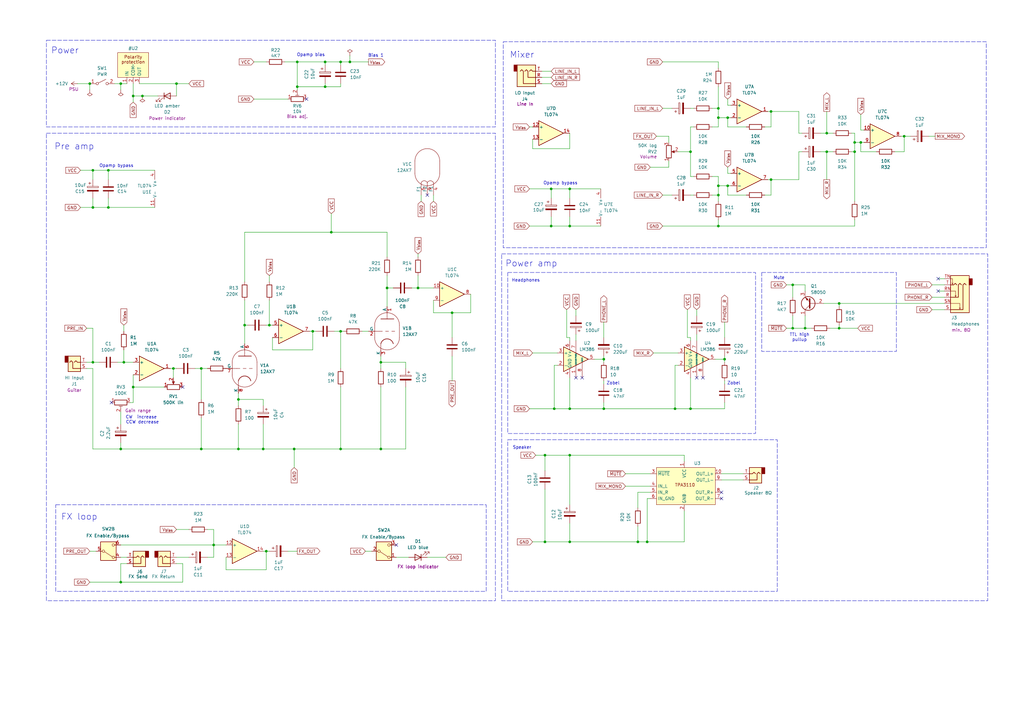
<source format=kicad_sch>
(kicad_sch (version 20250114) (generator "eeschema") (generator_version "9.0")
  (paper "A3")
  (title_block (title "Bumble Tuby Guitar Amplifier") (date "2025-04-07") (company "Maja Bojarska"))
  (rectangle (start 22.86 207.01) (end 199.39 242.57) (stroke (width 0) (type dash)))
  (rectangle (start 208.28 111.76) (end 309.88 177.8) (stroke (width 0) (type dash)))
  (rectangle (start 205.74 104.14) (end 405.13 246.38) (stroke (width 0) (type dash)))
  (rectangle (start 206.375 17.1449) (end 404.495 101.5999) (stroke (width 0) (type dash)))
  (rectangle (start 312.42 111.76) (end 367.665 144.145) (stroke (width 0) (type dash)))
  (rectangle (start 208.28 180.34) (end 318.77 242.57) (stroke (width 0) (type dash)))
  (rectangle (start 19.05 16.51) (end 203.2 52.07) (stroke (width 0) (type dash)))
  (rectangle (start 19.05 54.61) (end 203.2 246.38) (stroke (width 0) (type dash)))
  (text "Zobel" (at 251.46 157.226 0) (effects (font (size 1.27 1.27))))
  (text "Zobel" (at 300.99 157.226 0) (effects (font (size 1.27 1.27))))
  (text "FX loop" (at 32.512 212.09 0) (effects (font (size 2.54 2.54))))
  (text "CW  increase \nCCW decrease\n" (at 58.42 172.212 0) (effects (font (size 1.27 1.27))))
  (text "Opamp bypass\n" (at 229.87 75.184 0) (effects (font (size 1.27 1.27))))
  (text "Bias 1" (at 154.178 22.86 0) (effects (font (size 1.27 1.27))))
  (text "TTL high\npullup" (at 327.914 138.43 0) (effects (font (size 1.27 1.27))))
  (text "Headphones\n" (at 215.646 115.062 0) (effects (font (size 1.27 1.27))))
  (text "Pre amp" (at 30.48 60.198 0) (effects (font (size 2.54 2.54))))
  (text "Speaker\n" (at 214.122 183.642 0) (effects (font (size 1.27 1.27))))
  (text "Opamp bypass\n" (at 47.752 68.072 0) (effects (font (size 1.27 1.27))))
  (text "Power amp\n" (at 217.932 108.204 0) (effects (font (size 2.54 2.54))))
  (text "Mixer" (at 214.122 22.606 0) (effects (font (size 2.54 2.54))))
  (text "Opamp bias" (at 127.508 22.606 0) (effects (font (size 1.27 1.27))))
  (text "Mute" (at 319.532 114.046 0) (effects (font (size 1.27 1.27))))
  (text "Power" (at 26.67 20.828 0) (effects (font (size 2.54 2.54))))
  (junction (at 223.52 222.25))
  (junction (at 370.84 55.88))
  (junction (at 283.21 62.23))
  (junction (at 36.83 34.29))
  (junction (at 226.06 92.71))
  (junction (at 298.45 48.26))
  (junction (at 82.55 184.15))
  (junction (at 71.12 151.13))
  (junction (at 294.64 44.45))
  (junction (at 54.61 39.37))
  (junction (at 49.53 184.15))
  (junction (at 283.21 167.64))
  (junction (at 50.8 148.59))
  (junction (at 261.62 222.25))
  (junction (at 297.18 147.32))
  (junction (at 38.1 85.09))
  (junction (at 344.17 124.46))
  (junction (at 344.17 134.62))
  (junction (at 158.75 118.11))
  (junction (at 227.33 167.64))
  (junction (at 226.06 77.47))
  (junction (at 350.52 58.42))
  (junction (at 233.68 92.71))
  (junction (at 316.23 45.72))
  (junction (at 265.43 222.25))
  (junction (at 294.64 48.26))
  (junction (at 316.23 73.66))
  (junction (at 110.49 133.35))
  (junction (at 107.95 184.15))
  (junction (at 233.68 186.69))
  (junction (at 325.12 116.84))
  (junction (at 143.51 25.4))
  (junction (at 58.42 39.37))
  (junction (at 298.45 76.2))
  (junction (at 49.53 34.29))
  (junction (at 38.1 69.85))
  (junction (at 120.65 184.15))
  (junction (at 171.45 118.11))
  (junction (at 82.55 151.13))
  (junction (at 44.45 85.09))
  (junction (at 109.22 226.06))
  (junction (at 133.35 25.4))
  (junction (at 330.2 134.62))
  (junction (at 139.7 25.4))
  (junction (at 185.42 128.27))
  (junction (at 54.61 158.75))
  (junction (at 121.92 35.56))
  (junction (at 233.68 167.64))
  (junction (at 339.09 62.23))
  (junction (at 135.89 95.25))
  (junction (at 72.39 34.29))
  (junction (at 294.64 76.2))
  (junction (at 294.64 92.71))
  (junction (at 100.33 133.35))
  (junction (at 139.7 184.15))
  (junction (at 44.45 69.85))
  (junction (at 121.92 25.4))
  (junction (at 350.52 62.23))
  (junction (at 247.65 167.64))
  (junction (at 97.79 184.15))
  (junction (at 339.09 54.61))
  (junction (at 276.86 167.64))
  (junction (at 128.27 135.89))
  (junction (at 247.65 147.32))
  (junction (at 87.63 223.52))
  (junction (at 49.53 238.76))
  (junction (at 133.35 35.56))
  (junction (at 38.1 148.59))
  (junction (at 223.52 186.69))
  (junction (at 156.21 148.59))
  (junction (at 233.68 222.25))
  (junction (at 139.7 135.89))
  (junction (at 294.64 80.01))
  (junction (at 325.12 134.62))
  (junction (at 233.68 77.47))
  (junction (at 156.21 184.15))
  (junction (at 353.06 58.42))
  (junction (at 97.79 163.83))
  (no_connect (at 74.93 158.75))
  (no_connect (at 288.29 154.94))
  (no_connect (at 175.26 80.01))
  (no_connect (at 384.81 119.38))
  (no_connect (at 295.91 204.47))
  (no_connect (at 45.72 165.1))
  (no_connect (at 125.73 40.64))
  (no_connect (at 236.22 154.94))
  (no_connect (at 162.56 223.52))
  (no_connect (at 384.81 114.3))
  (no_connect (at 285.75 154.94))
  (no_connect (at 295.91 201.93))
  (no_connect (at 238.76 154.94))
  (wire (pts (xy 233.68 214.63) (xy 233.68 222.25)))
  (wire (pts (xy 370.84 62.23) (xy 367.03 62.23)))
  (wire (pts (xy 107.95 173.99) (xy 107.95 184.15)))
  (wire (pts (xy 97.79 184.15) (xy 97.79 173.99)))
  (wire (pts (xy 82.55 171.45) (xy 82.55 184.15)))
  (wire (pts (xy 104.14 25.4) (xy 109.22 25.4)))
  (wire (pts (xy 135.89 95.25) (xy 158.75 95.25)))
  (wire (pts (xy 33.02 85.09) (xy 38.1 85.09)))
  (wire (pts (xy 298.45 71.12) (xy 299.72 71.12)))
  (wire (pts (xy 236.22 137.16) (xy 236.22 139.7)))
  (wire (pts (xy 382.27 127) (xy 387.35 127)))
  (wire (pts (xy 82.55 151.13) (xy 85.09 151.13)))
  (wire (pts (xy 50.8 133.35) (xy 50.8 135.89)))
  (wire (pts (xy 107.95 163.83) (xy 107.95 166.37)))
  (wire (pts (xy 54.61 165.1) (xy 53.34 165.1)))
  (wire (pts (xy 38.1 184.15) (xy 49.53 184.15)))
  (wire (pts (xy 340.36 134.62) (xy 344.17 134.62)))
  (wire (pts (xy 49.53 231.14) (xy 52.07 231.14)))
  (wire (pts (xy 158.75 113.03) (xy 158.75 118.11)))
  (wire (pts (xy 223.52 200.66) (xy 223.52 222.25)))
  (wire (pts (xy 71.12 151.13) (xy 72.39 151.13)))
  (wire (pts (xy 294.64 90.17) (xy 294.64 92.71)))
  (wire (pts (xy 370.84 55.88) (xy 369.57 55.88)))
  (wire (pts (xy 87.63 223.52) (xy 87.63 228.6)))
  (wire (pts (xy 344.17 134.62) (xy 351.79 134.62)))
  (wire (pts (xy 339.09 62.23) (xy 339.09 73.66)))
  (wire (pts (xy 266.7 68.58) (xy 274.32 68.58)))
  (wire (pts (xy 185.42 128.27) (xy 185.42 138.43)))
  (wire (pts (xy 353.06 58.42) (xy 354.33 58.42)))
  (wire (pts (xy 226.06 77.47) (xy 217.17 77.47)))
  (wire (pts (xy 49.53 181.61) (xy 49.53 184.15)))
  (wire (pts (xy 283.21 52.07) (xy 284.48 52.07)))
  (wire (pts (xy 149.86 226.06) (xy 152.4 226.06)))
  (wire (pts (xy 298.45 48.26) (xy 299.72 48.26)))
  (wire (pts (xy 350.52 54.61) (xy 350.52 58.42)))
  (wire (pts (xy 283.21 44.45) (xy 284.48 44.45)))
  (wire (pts (xy 233.68 167.64) (xy 247.65 167.64)))
  (wire (pts (xy 243.84 147.32) (xy 247.65 147.32)))
  (wire (pts (xy 233.68 60.96) (xy 218.44 60.96)))
  (wire (pts (xy 353.06 46.99) (xy 353.06 53.34)))
  (wire (pts (xy 48.26 148.59) (xy 50.8 148.59)))
  (wire (pts (xy 297.18 132.08) (xy 297.18 138.43)))
  (wire (pts (xy 265.43 204.47) (xy 265.43 222.25)))
  (wire (pts (xy 274.32 68.58) (xy 274.32 66.04)))
  (wire (pts (xy 128.27 143.51) (xy 111.76 143.51)))
  (wire (pts (xy 294.64 25.4) (xy 271.78 25.4)))
  (wire (pts (xy 49.53 184.15) (xy 82.55 184.15)))
  (wire (pts (xy 38.1 134.62) (xy 38.1 148.59)))
  (wire (pts (xy 97.79 161.29) (xy 97.79 163.83)))
  (wire (pts (xy 281.94 138.43) (xy 283.21 138.43)))
  (wire (pts (xy 38.1 151.13) (xy 38.1 184.15)))
  (wire (pts (xy 384.81 114.3) (xy 387.35 114.3)))
  (wire (pts (xy 233.68 77.47) (xy 226.06 77.47)))
  (wire (pts (xy 292.1 44.45) (xy 294.64 44.45)))
  (wire (pts (xy 100.33 133.35) (xy 100.33 140.97)))
  (wire (pts (xy 87.63 223.52) (xy 92.71 223.52)))
  (wire (pts (xy 135.89 87.63) (xy 135.89 95.25)))
  (wire (pts (xy 261.62 201.93) (xy 266.7 201.93)))
  (wire (pts (xy 316.23 80.01) (xy 313.69 80.01)))
  (wire (pts (xy 336.55 62.23) (xy 339.09 62.23)))
  (wire (pts (xy 232.41 127) (xy 232.41 138.43)))
  (wire (pts (xy 370.84 55.88) (xy 373.38 55.88)))
  (wire (pts (xy 139.7 25.4) (xy 139.7 26.67)))
  (wire (pts (xy 57.15 34.29) (xy 72.39 34.29)))
  (wire (pts (xy 166.37 148.59) (xy 166.37 151.13)))
  (wire (pts (xy 233.68 186.69) (xy 233.68 207.01)))
  (wire (pts (xy 172.72 80.01) (xy 172.72 82.55)))
  (wire (pts (xy 280.67 222.25) (xy 265.43 222.25)))
  (wire (pts (xy 294.64 80.01) (xy 292.1 80.01)))
  (wire (pts (xy 38.1 85.09) (xy 44.45 85.09)))
  (wire (pts (xy 121.92 25.4) (xy 133.35 25.4)))
  (wire (pts (xy 350.52 62.23) (xy 350.52 82.55)))
  (wire (pts (xy 97.79 163.83) (xy 107.95 163.83)))
  (wire (pts (xy 236.22 127) (xy 236.22 129.54)))
  (wire (pts (xy 330.2 134.62) (xy 332.74 134.62)))
  (wire (pts (xy 100.33 123.19) (xy 100.33 133.35)))
  (wire (pts (xy 49.53 231.14) (xy 49.53 238.76)))
  (wire (pts (xy 158.75 118.11) (xy 161.29 118.11)))
  (wire (pts (xy 293.37 147.32) (xy 297.18 147.32)))
  (wire (pts (xy 121.92 35.56) (xy 133.35 35.56)))
  (wire (pts (xy 247.65 156.21) (xy 247.65 157.48)))
  (wire (pts (xy 49.53 36.83) (xy 49.53 34.29)))
  (wire (pts (xy 261.62 222.25) (xy 265.43 222.25)))
  (wire (pts (xy 97.79 184.15) (xy 107.95 184.15)))
  (wire (pts (xy 85.09 228.6) (xy 87.63 228.6)))
  (wire (pts (xy 283.21 52.07) (xy 283.21 62.23)))
  (wire (pts (xy 171.45 118.11) (xy 177.8 118.11)))
  (wire (pts (xy 298.45 76.2) (xy 299.72 76.2)))
  (wire (pts (xy 295.91 196.85) (xy 304.8 196.85)))
  (wire (pts (xy 294.64 92.71) (xy 350.52 92.71)))
  (wire (pts (xy 38.1 73.66) (xy 38.1 69.85)))
  (wire (pts (xy 339.09 62.23) (xy 341.63 62.23)))
  (wire (pts (xy 316.23 45.72) (xy 327.66 45.72)))
  (wire (pts (xy 128.27 135.89) (xy 128.27 143.51)))
  (wire (pts (xy 247.65 167.64) (xy 247.65 165.1)))
  (wire (pts (xy 38.1 148.59) (xy 35.56 148.59)))
  (wire (pts (xy 100.33 95.25) (xy 100.33 115.57)))
  (wire (pts (xy 297.18 156.21) (xy 297.18 157.48)))
  (wire (pts (xy 271.78 44.45) (xy 275.59 44.45)))
  (wire (pts (xy 72.39 228.6) (xy 77.47 228.6)))
  (wire (pts (xy 350.52 62.23) (xy 349.25 62.23)))
  (wire (pts (xy 139.7 184.15) (xy 139.7 158.75)))
  (wire (pts (xy 294.64 48.26) (xy 298.45 48.26)))
  (wire (pts (xy 327.66 54.61) (xy 328.93 54.61)))
  (wire (pts (xy 283.21 80.01) (xy 284.48 80.01)))
  (wire (pts (xy 166.37 184.15) (xy 156.21 184.15)))
  (wire (pts (xy 294.64 35.56) (xy 294.64 44.45)))
  (wire (pts (xy 233.68 222.25) (xy 261.62 222.25)))
  (wire (pts (xy 54.61 34.29) (xy 54.61 39.37)))
  (wire (pts (xy 223.52 186.69) (xy 223.52 193.04)))
  (wire (pts (xy 327.66 54.61) (xy 327.66 45.72)))
  (wire (pts (xy 316.23 52.07) (xy 313.69 52.07)))
  (wire (pts (xy 31.75 34.29) (xy 36.83 34.29)))
  (wire (pts (xy 325.12 116.84) (xy 330.2 116.84)))
  (wire (pts (xy 118.11 226.06) (xy 121.92 226.06)))
  (wire (pts (xy 110.49 133.35) (xy 111.76 133.35)))
  (wire (pts (xy 350.52 58.42) (xy 350.52 62.23)))
  (wire (pts (xy 171.45 113.03) (xy 171.45 118.11)))
  (wire (pts (xy 44.45 69.85) (xy 44.45 73.66)))
  (wire (pts (xy 233.68 54.61) (xy 233.68 60.96)))
  (wire (pts (xy 350.52 92.71) (xy 350.52 90.17)))
  (wire (pts (xy 298.45 68.58) (xy 298.45 71.12)))
  (wire (pts (xy 327.66 62.23) (xy 328.93 62.23)))
  (wire (pts (xy 50.8 148.59) (xy 54.61 148.59)))
  (wire (pts (xy 143.51 25.4) (xy 151.13 25.4)))
  (wire (pts (xy 271.78 80.01) (xy 275.59 80.01)))
  (wire (pts (xy 33.02 69.85) (xy 38.1 69.85)))
  (wire (pts (xy 316.23 45.72) (xy 316.23 52.07)))
  (wire (pts (xy 72.39 217.17) (xy 77.47 217.17)))
  (wire (pts (xy 128.27 135.89) (xy 129.54 135.89)))
  (wire (pts (xy 247.65 147.32) (xy 247.65 146.05)))
  (wire (pts (xy 82.55 184.15) (xy 97.79 184.15)))
  (wire (pts (xy 218.44 60.96) (xy 218.44 57.15)))
  (wire (pts (xy 325.12 129.54) (xy 325.12 134.62)))
  (wire (pts (xy 133.35 25.4) (xy 133.35 26.67)))
  (wire (pts (xy 111.76 143.51) (xy 111.76 138.43)))
  (wire (pts (xy 137.16 135.89) (xy 139.7 135.89)))
  (wire (pts (xy 35.56 134.62) (xy 38.1 134.62)))
  (wire (pts (xy 50.8 148.59) (xy 50.8 143.51)))
  (wire (pts (xy 97.79 166.37) (xy 97.79 163.83)))
  (wire (pts (xy 246.38 77.47) (xy 233.68 77.47)))
  (wire (pts (xy 292.1 72.39) (xy 294.64 72.39)))
  (wire (pts (xy 139.7 25.4) (xy 143.51 25.4)))
  (wire (pts (xy 185.42 128.27) (xy 177.8 128.27)))
  (wire (pts (xy 285.75 137.16) (xy 285.75 139.7)))
  (wire (pts (xy 171.45 104.14) (xy 171.45 105.41)))
  (wire (pts (xy 121.92 35.56) (xy 121.92 36.83)))
  (wire (pts (xy 384.81 119.38) (xy 387.35 119.38)))
  (wire (pts (xy 382.27 116.84) (xy 387.35 116.84)))
  (wire (pts (xy 344.17 133.35) (xy 344.17 134.62)))
  (wire (pts (xy 109.22 233.68) (xy 92.71 233.68)))
  (wire (pts (xy 261.62 208.28) (xy 261.62 201.93)))
  (wire (pts (xy 232.41 138.43) (xy 233.68 138.43)))
  (wire (pts (xy 316.23 73.66) (xy 327.66 73.66)))
  (wire (pts (xy 109.22 226.06) (xy 107.95 226.06)))
  (wire (pts (xy 298.45 43.18) (xy 299.72 43.18)))
  (wire (pts (xy 283.21 62.23) (xy 283.21 72.39)))
  (wire (pts (xy 344.17 125.73) (xy 344.17 124.46)))
  (wire (pts (xy 350.52 58.42) (xy 353.06 58.42)))
  (wire (pts (xy 227.33 167.64) (xy 233.68 167.64)))
  (wire (pts (xy 128.27 135.89) (xy 127 135.89)))
  (wire (pts (xy 156.21 148.59) (xy 156.21 151.13)))
  (wire (pts (xy 158.75 118.11) (xy 158.75 125.73)))
  (wire (pts (xy 222.25 34.29) (xy 226.06 34.29)))
  (wire (pts (xy 120.65 184.15) (xy 139.7 184.15)))
  (wire (pts (xy 139.7 135.89) (xy 140.97 135.89)))
  (wire (pts (xy 339.09 54.61) (xy 341.63 54.61)))
  (wire (pts (xy 285.75 127) (xy 285.75 129.54)))
  (wire (pts (xy 44.45 85.09) (xy 63.5 85.09)))
  (wire (pts (xy 222.25 29.21) (xy 226.06 29.21)))
  (wire (pts (xy 80.01 151.13) (xy 82.55 151.13)))
  (wire (pts (xy 109.22 133.35) (xy 110.49 133.35)))
  (wire (pts (xy 283.21 138.43) (xy 283.21 139.7)))
  (wire (pts (xy 109.22 226.06) (xy 110.49 226.06)))
  (wire (pts (xy 46.99 34.29) (xy 49.53 34.29)))
  (wire (pts (xy 82.55 151.13) (xy 82.55 163.83)))
  (wire (pts (xy 325.12 134.62) (xy 330.2 134.62)))
  (wire (pts (xy 271.78 92.71) (xy 294.64 92.71)))
  (wire (pts (xy 54.61 158.75) (xy 67.31 158.75)))
  (wire (pts (xy 330.2 116.84) (xy 330.2 119.38)))
  (wire (pts (xy 177.8 128.27) (xy 177.8 123.19)))
  (wire (pts (xy 283.21 167.64) (xy 297.18 167.64)))
  (wire (pts (xy 217.17 167.64) (xy 227.33 167.64)))
  (wire (pts (xy 294.64 76.2) (xy 298.45 76.2)))
  (wire (pts (xy 49.53 34.29) (xy 52.07 34.29)))
  (wire (pts (xy 139.7 35.56) (xy 139.7 34.29)))
  (wire (pts (xy 185.42 146.05) (xy 185.42 156.21)))
  (wire (pts (xy 325.12 121.92) (xy 325.12 116.84)))
  (wire (pts (xy 158.75 95.25) (xy 158.75 105.41)))
  (wire (pts (xy 193.04 120.65) (xy 193.04 128.27)))
  (wire (pts (xy 87.63 217.17) (xy 87.63 223.52)))
  (wire (pts (xy 283.21 62.23) (xy 278.13 62.23)))
  (wire (pts (xy 382.27 121.92) (xy 387.35 121.92)))
  (wire (pts (xy 353.06 58.42) (xy 353.06 62.23)))
  (wire (pts (xy 283.21 167.64) (xy 283.21 154.94)))
  (wire (pts (xy 278.13 149.86) (xy 276.86 149.86)))
  (wire (pts (xy 269.24 55.88) (xy 274.32 55.88)))
  (wire (pts (xy 223.52 222.25) (xy 233.68 222.25)))
  (wire (pts (xy 72.39 34.29) (xy 77.47 34.29)))
  (wire (pts (xy 294.64 44.45) (xy 294.64 48.26)))
  (wire (pts (xy 280.67 209.55) (xy 280.67 222.25)))
  (wire (pts (xy 350.52 54.61) (xy 349.25 54.61)))
  (wire (pts (xy 218.44 144.78) (xy 228.6 144.78)))
  (wire (pts (xy 143.51 22.86) (xy 143.51 25.4)))
  (wire (pts (xy 148.59 135.89) (xy 151.13 135.89)))
  (wire (pts (xy 256.54 199.39) (xy 266.7 199.39)))
  (wire (pts (xy 54.61 39.37) (xy 58.42 39.37)))
  (wire (pts (xy 133.35 25.4) (xy 139.7 25.4)))
  (wire (pts (xy 261.62 215.9) (xy 261.62 222.25)))
  (wire (pts (xy 322.58 116.84) (xy 325.12 116.84)))
  (wire (pts (xy 166.37 158.75) (xy 166.37 184.15)))
  (wire (pts (xy 72.39 34.29) (xy 72.39 39.37)))
  (wire (pts (xy 233.68 167.64) (xy 233.68 154.94)))
  (wire (pts (xy 92.71 233.68) (xy 92.71 228.6)))
  (wire (pts (xy 110.49 123.19) (xy 110.49 133.35)))
  (wire (pts (xy 168.91 118.11) (xy 171.45 118.11)))
  (wire (pts (xy 228.6 149.86) (xy 227.33 149.86)))
  (wire (pts (xy 247.65 147.32) (xy 247.65 148.59)))
  (wire (pts (xy 297.18 147.32) (xy 297.18 148.59)))
  (wire (pts (xy 247.65 167.64) (xy 276.86 167.64)))
  (wire (pts (xy 121.92 25.4) (xy 116.84 25.4)))
  (wire (pts (xy 233.68 77.47) (xy 233.68 81.28)))
  (wire (pts (xy 294.64 52.07) (xy 292.1 52.07)))
  (wire (pts (xy 233.68 88.9) (xy 233.68 92.71)))
  (wire (pts (xy 233.68 138.43) (xy 233.68 139.7)))
  (wire (pts (xy 353.06 53.34) (xy 354.33 53.34)))
  (wire (pts (xy 265.43 204.47) (xy 266.7 204.47)))
  (wire (pts (xy 294.64 76.2) (xy 294.64 80.01)))
  (wire (pts (xy 222.25 31.75) (xy 226.06 31.75)))
  (wire (pts (xy 327.66 62.23) (xy 327.66 73.66)))
  (wire (pts (xy 280.67 186.69) (xy 280.67 189.23)))
  (wire (pts (xy 104.14 40.64) (xy 118.11 40.64)))
  (wire (pts (xy 298.45 52.07) (xy 298.45 48.26)))
  (wire (pts (xy 370.84 55.88) (xy 370.84 62.23)))
  (wire (pts (xy 306.07 80.01) (xy 298.45 80.01)))
  (wire (pts (xy 139.7 135.89) (xy 139.7 151.13)))
  (wire (pts (xy 294.64 27.94) (xy 294.64 25.4)))
  (wire (pts (xy 297.18 167.64) (xy 297.18 165.1)))
  (wire (pts (xy 100.33 95.25) (xy 135.89 95.25)))
  (wire (pts (xy 353.06 62.23) (xy 359.41 62.23)))
  (wire (pts (xy 298.45 40.64) (xy 298.45 43.18)))
  (wire (pts (xy 226.06 77.47) (xy 226.06 81.28)))
  (wire (pts (xy 71.12 151.13) (xy 71.12 154.94)))
  (wire (pts (xy 156.21 146.05) (xy 156.21 148.59)))
  (wire (pts (xy 121.92 25.4) (xy 121.92 35.56)))
  (wire (pts (xy 54.61 158.75) (xy 54.61 165.1)))
  (wire (pts (xy 36.83 238.76) (xy 49.53 238.76)))
  (wire (pts (xy 295.91 194.31) (xy 304.8 194.31)))
  (wire (pts (xy 280.67 186.69) (xy 233.68 186.69)))
  (wire (pts (xy 54.61 39.37) (xy 54.61 41.91)))
  (wire (pts (xy 162.56 228.6) (xy 167.64 228.6)))
  (wire (pts (xy 314.96 73.66) (xy 316.23 73.66)))
  (wire (pts (xy 49.53 228.6) (xy 52.07 228.6)))
  (wire (pts (xy 226.06 88.9) (xy 226.06 92.71)))
  (wire (pts (xy 133.35 35.56) (xy 139.7 35.56)))
  (wire (pts (xy 314.96 45.72) (xy 316.23 45.72)))
  (wire (pts (xy 74.93 231.14) (xy 72.39 231.14)))
  (wire (pts (xy 297.18 147.32) (xy 297.18 146.05)))
  (wire (pts (xy 336.55 54.61) (xy 339.09 54.61)))
  (wire (pts (xy 49.53 168.91) (xy 49.53 173.99)))
  (wire (pts (xy 294.64 48.26) (xy 294.64 52.07)))
  (wire (pts (xy 298.45 76.2) (xy 298.45 80.01)))
  (wire (pts (xy 54.61 158.75) (xy 54.61 153.67)))
  (wire (pts (xy 337.82 124.46) (xy 344.17 124.46)))
  (wire (pts (xy 36.83 226.06) (xy 39.37 226.06)))
  (wire (pts (xy 226.06 92.71) (xy 217.17 92.71)))
  (wire (pts (xy 44.45 69.85) (xy 63.5 69.85)))
  (wire (pts (xy 58.42 39.37) (xy 64.77 39.37)))
  (wire (pts (xy 35.56 151.13) (xy 38.1 151.13)))
  (wire (pts (xy 85.09 217.17) (xy 87.63 217.17)))
  (wire (pts (xy 256.54 194.31) (xy 266.7 194.31)))
  (wire (pts (xy 246.38 92.71) (xy 233.68 92.71)))
  (wire (pts (xy 294.64 80.01) (xy 294.64 82.55)))
  (wire (pts (xy 274.32 55.88) (xy 274.32 58.42)))
  (wire (pts (xy 381 55.88) (xy 383.54 55.88)))
  (wire (pts (xy 219.71 186.69) (xy 223.52 186.69)))
  (wire (pts (xy 109.22 233.68) (xy 109.22 226.06)))
  (wire (pts (xy 120.65 191.77) (xy 120.65 184.15)))
  (wire (pts (xy 223.52 186.69) (xy 233.68 186.69)))
  (wire (pts (xy 233.68 92.71) (xy 226.06 92.71)))
  (wire (pts (xy 306.07 52.07) (xy 298.45 52.07)))
  (wire (pts (xy 74.93 231.14) (xy 74.93 238.76)))
  (wire (pts (xy 100.33 133.35) (xy 101.6 133.35)))
  (wire (pts (xy 283.21 72.39) (xy 284.48 72.39)))
  (wire (pts (xy 330.2 129.54) (xy 330.2 134.62)))
  (wire (pts (xy 218.44 222.25) (xy 223.52 222.25)))
  (wire (pts (xy 44.45 85.09) (xy 44.45 81.28)))
  (wire (pts (xy 156.21 158.75) (xy 156.21 184.15)))
  (wire (pts (xy 339.09 45.72) (xy 339.09 54.61)))
  (wire (pts (xy 156.21 148.59) (xy 166.37 148.59)))
  (wire (pts (xy 294.64 72.39) (xy 294.64 76.2)))
  (wire (pts (xy 276.86 149.86) (xy 276.86 167.64)))
  (wire (pts (xy 49.53 223.52) (xy 87.63 223.52)))
  (wire (pts (xy 110.49 113.03) (xy 110.49 115.57)))
  (wire (pts (xy 38.1 85.09) (xy 38.1 81.28)))
  (wire (pts (xy 69.85 151.13) (xy 71.12 151.13)))
  (wire (pts (xy 344.17 124.46) (xy 387.35 124.46)))
  (wire (pts (xy 267.97 144.78) (xy 278.13 144.78)))
  (wire (pts (xy 175.26 228.6) (xy 182.88 228.6)))
  (wire (pts (xy 139.7 184.15) (xy 156.21 184.15)))
  (wire (pts (xy 177.8 80.01) (xy 177.8 82.55)))
  (wire (pts (xy 227.33 149.86) (xy 227.33 167.64)))
  (wire (pts (xy 185.42 128.27) (xy 193.04 128.27)))
  (wire (pts (xy 217.17 52.07) (xy 218.44 52.07)))
  (wire (pts (xy 247.65 138.43) (xy 247.65 132.08)))
  (wire (pts (xy 38.1 69.85) (xy 44.45 69.85)))
  (wire (pts (xy 281.94 127) (xy 281.94 138.43)))
  (wire (pts (xy 133.35 34.29) (xy 133.35 35.56)))
  (wire (pts (xy 276.86 167.64) (xy 283.21 167.64)))
  (wire (pts (xy 322.58 134.62) (xy 325.12 134.62)))
  (wire (pts (xy 38.1 148.59) (xy 40.64 148.59)))
  (wire (pts (xy 36.83 36.83) (xy 36.83 34.29)))
  (wire (pts (xy 107.95 184.15) (xy 120.65 184.15)))
  (wire (pts (xy 316.23 73.66) (xy 316.23 80.01)))
  (wire (pts (xy 49.53 238.76) (xy 74.93 238.76)))
  (global_label "VCC" (shape input) (at 104.14 25.4 180) (property "Intersheetrefs" "${INTERSHEET_REFS}" (effects (hide yes))))
  (global_label "~{MUTE}" (shape input) (at 322.58 134.62 180) (property "Intersheetrefs" "${INTERSHEET_REFS}" (effects (hide yes))))
  (global_label "GND" (shape input) (at 266.7 68.58 180) (property "Intersheetrefs" "${INTERSHEET_REFS}" (effects (hide yes))))
  (global_label "V_{bias}" (shape input) (at 110.49 113.03 90) (property "Intersheetrefs" "${INTERSHEET_REFS}" (effects (hide yes))))
  (global_label "GND" (shape input) (at 226.06 34.29 0) (property "Intersheetrefs" "${INTERSHEET_REFS}" (effects (hide yes))))
  (global_label "GND" (shape input) (at 104.14 40.64 180) (property "Intersheetrefs" "${INTERSHEET_REFS}" (effects (hide yes))))
  (global_label "GND" (shape input) (at 285.75 127 90) (property "Intersheetrefs" "${INTERSHEET_REFS}" (effects (hide yes))))
  (global_label "V_{bias}" (shape input) (at 298.45 68.58 90) (property "Intersheetrefs" "${INTERSHEET_REFS}" (effects (hide yes))))
  (global_label "VCC" (shape input) (at 217.17 77.47 180) (property "Intersheetrefs" "${INTERSHEET_REFS}" (effects (hide yes))))
  (global_label "V_{bias}" (shape input) (at 171.45 104.14 90) (property "Intersheetrefs" "${INTERSHEET_REFS}" (effects (hide yes))))
  (global_label "PRE_OUT" (shape output) (at 185.42 156.21 270) (property "Intersheetrefs" "${INTERSHEET_REFS}" (effects (hide yes))))
  (global_label "MIX_MONO" (shape input) (at 256.54 199.39 180) (property "Intersheetrefs" "${INTERSHEET_REFS}" (effects (hide yes))))
  (global_label "V_{bias}" (shape input) (at 298.45 40.64 90) (property "Intersheetrefs" "${INTERSHEET_REFS}" (effects (hide yes))))
  (global_label "VCC" (shape input) (at 135.89 87.63 90) (property "Intersheetrefs" "${INTERSHEET_REFS}" (effects (hide yes))))
  (global_label "GND" (shape input) (at 33.02 85.09 180) (property "Intersheetrefs" "${INTERSHEET_REFS}" (effects (hide yes))))
  (global_label "GND" (shape input) (at 36.83 238.76 180) (property "Intersheetrefs" "${INTERSHEET_REFS}" (effects (hide yes))))
  (global_label "VCC" (shape input) (at 232.41 127 90) (property "Intersheetrefs" "${INTERSHEET_REFS}" (effects (hide yes))))
  (global_label "VCC" (shape input) (at 177.8 82.55 270) (property "Intersheetrefs" "${INTERSHEET_REFS}" (effects (hide yes))))
  (global_label "GND" (shape input) (at 182.88 228.6 0) (property "Intersheetrefs" "${INTERSHEET_REFS}" (effects (hide yes))))
  (global_label "PRE_IN" (shape input) (at 35.56 134.62 180) (property "Intersheetrefs" "${INTERSHEET_REFS}" (effects (hide yes))))
  (global_label "V_{bias}" (shape output) (at 151.13 25.4 0) (property "Intersheetrefs" "${INTERSHEET_REFS}" (effects (hide yes))))
  (global_label "GND" (shape input) (at 217.17 167.64 180) (property "Intersheetrefs" "${INTERSHEET_REFS}" (effects (hide yes))))
  (global_label "GND" (shape input) (at 322.58 116.84 180) (property "Intersheetrefs" "${INTERSHEET_REFS}" (effects (hide yes))))
  (global_label "VCC" (shape input) (at 77.47 34.29 0) (property "Intersheetrefs" "${INTERSHEET_REFS}" (effects (hide yes))))
  (global_label "VCC" (shape input) (at 219.71 186.69 180) (property "Intersheetrefs" "${INTERSHEET_REFS}" (effects (hide yes))))
  (global_label "GND" (shape input) (at 271.78 25.4 180) (property "Intersheetrefs" "${INTERSHEET_REFS}" (effects (hide yes))))
  (global_label "MIX_L" (shape input) (at 218.44 144.78 180) (property "Intersheetrefs" "${INTERSHEET_REFS}" (effects (hide yes))))
  (global_label "GND" (shape input) (at 218.44 222.25 180) (property "Intersheetrefs" "${INTERSHEET_REFS}" (effects (hide yes))))
  (global_label "MIX_MONO" (shape output) (at 383.54 55.88 0) (property "Intersheetrefs" "${INTERSHEET_REFS}" (effects (hide yes))))
  (global_label "PHONE_L" (shape output) (at 247.65 132.08 90) (property "Intersheetrefs" "${INTERSHEET_REFS}" (effects (hide yes))))
  (global_label "LINE_IN_L" (shape input) (at 271.78 44.45 180) (property "Intersheetrefs" "${INTERSHEET_REFS}" (effects (hide yes))))
  (global_label "PHONE_L" (shape input) (at 382.27 116.84 180) (property "Intersheetrefs" "${INTERSHEET_REFS}" (effects (hide yes))))
  (global_label "GND" (shape input) (at 382.27 127 180) (property "Intersheetrefs" "${INTERSHEET_REFS}" (effects (hide yes))))
  (global_label "FX_OUT" (shape input) (at 269.24 55.88 180) (property "Intersheetrefs" "${INTERSHEET_REFS}" (effects (hide yes))))
  (global_label "LINE_IN_R" (shape input) (at 271.78 80.01 180) (property "Intersheetrefs" "${INTERSHEET_REFS}" (effects (hide yes))))
  (global_label "GND" (shape input) (at 236.22 127 90) (property "Intersheetrefs" "${INTERSHEET_REFS}" (effects (hide yes))))
  (global_label "GND" (shape input) (at 120.65 191.77 270) (property "Intersheetrefs" "${INTERSHEET_REFS}" (effects (hide yes))))
  (global_label "~{MUTE}" (shape input) (at 256.54 194.31 180) (property "Intersheetrefs" "${INTERSHEET_REFS}" (effects (hide yes))))
  (global_label "V_{bias}" (shape input) (at 353.06 46.99 90) (property "Intersheetrefs" "${INTERSHEET_REFS}" (effects (hide yes))))
  (global_label "GND" (shape input) (at 172.72 82.55 270) (property "Intersheetrefs" "${INTERSHEET_REFS}" (effects (hide yes))))
  (global_label "GND" (shape input) (at 54.61 41.91 270) (property "Intersheetrefs" "${INTERSHEET_REFS}" (effects (hide yes))))
  (global_label "PHONE_R" (shape output) (at 297.18 132.08 90) (property "Intersheetrefs" "${INTERSHEET_REFS}" (effects (hide yes))))
  (global_label "GND" (shape input) (at 217.17 92.71 180) (property "Intersheetrefs" "${INTERSHEET_REFS}" (effects (hide yes))))
  (global_label "LINE_IN_L" (shape input) (at 226.06 29.21 0) (property "Intersheetrefs" "${INTERSHEET_REFS}" (effects (hide yes))))
  (global_label "VCC" (shape input) (at 351.79 134.62 0) (property "Intersheetrefs" "${INTERSHEET_REFS}" (effects (hide yes))))
  (global_label "V_{bias}" (shape input) (at 50.8 133.35 90) (property "Intersheetrefs" "${INTERSHEET_REFS}" (effects (hide yes))))
  (global_label "GND" (shape input) (at 271.78 92.71 180) (property "Intersheetrefs" "${INTERSHEET_REFS}" (effects (hide yes))))
  (global_label "LINE_IN_R" (shape input) (at 226.06 31.75 0) (property "Intersheetrefs" "${INTERSHEET_REFS}" (effects (hide yes))))
  (global_label "PHONE_R" (shape input) (at 382.27 121.92 180) (property "Intersheetrefs" "${INTERSHEET_REFS}" (effects (hide yes))))
  (global_label "V_{bias}" (shape input) (at 72.39 217.17 180) (property "Intersheetrefs" "${INTERSHEET_REFS}" (effects (hide yes))))
  (global_label "VCC" (shape input) (at 149.86 226.06 180) (property "Intersheetrefs" "${INTERSHEET_REFS}" (effects (hide yes))))
  (global_label "V_{bias}" (shape input) (at 217.17 52.07 180) (property "Intersheetrefs" "${INTERSHEET_REFS}" (effects (hide yes))))
  (global_label "PRE_OUT" (shape input) (at 36.83 226.06 180) (property "Intersheetrefs" "${INTERSHEET_REFS}" (effects (hide yes))))
  (global_label "MIX_L" (shape output) (at 339.09 45.72 90) (property "Intersheetrefs" "${INTERSHEET_REFS}" (effects (hide yes))))
  (global_label "FX_OUT" (shape output) (at 121.92 226.06 0) (property "Intersheetrefs" "${INTERSHEET_REFS}" (effects (hide yes))))
  (global_label "VCC" (shape input) (at 281.94 127 90) (property "Intersheetrefs" "${INTERSHEET_REFS}" (effects (hide yes))))
  (global_label "MIX_R" (shape output) (at 339.09 73.66 270) (property "Intersheetrefs" "${INTERSHEET_REFS}" (effects (hide yes))))
  (global_label "MIX_R" (shape input) (at 267.97 144.78 180) (property "Intersheetrefs" "${INTERSHEET_REFS}" (effects (hide yes))))
  (global_label "VCC" (shape input) (at 33.02 69.85 180) (property "Intersheetrefs" "${INTERSHEET_REFS}" (effects (hide yes))))
  (symbol (lib_id "Connector_Audio:AudioJack2") (at 57.15 228.6 180) (unit 1)
    (property "Reference" "J6" (at 56.134 234.442 0) (effects (justify right)))
    (property "Value" "FX Send" (at 52.578 236.474 0) (effects (justify right)))
    (property "Description" "Audio Jack, 2 Poles (Mono / TS)" (effects (hide yes)))
  )
  (symbol (lib_id "Device:C") (at 223.52 196.85 180) (unit 1)
    (property "Reference" "C13" (at 217.17 196.596 90))
    (property "Value" "100nF" (at 219.71 196.596 90))
    (property "Description" "Unpolarized capacitor" (effects (hide yes)))
  )
  (symbol (lib_id "Device:LED") (at 68.58 39.37 0) (unit 1)
    (property "Reference" "D2" (at 68.58 45.974 0))
    (property "Value" "LED amber" (at 68.58 43.434 0))
    (property "Description" "Power indicator" (at 68.58 48.514 0))
    (property "Sim.Pins" "1=K 2=A" (effects (hide yes)))
  )
  (symbol (lib_id "Device:R") (at 294.64 86.36 180) (unit 1)
    (property "Reference" "R11" (at 297.18 85.0899 0) (effects (justify right)))
    (property "Value" "1M" (at 297.18 87.6299 0) (effects (justify right)))
    (property "Description" "Resistor" (effects (hide yes)))
  )
  (symbol (lib_id "Device:R") (at 345.44 54.61 270) (unit 1)
    (property "Reference" "R33" (at 345.44 48.26 90))
    (property "Value" "10K" (at 345.44 50.8 90))
    (property "Description" "Resistor" (effects (hide yes)))
  )
  (symbol (lib_id "Device:C_Polarized") (at 285.75 133.35 180) (unit 1)
    (property "Reference" "C19" (at 289.56 132.9689 0) (effects (justify right)))
    (property "Value" "100uF" (at 289.56 135.5089 0) (effects (justify right)))
    (property "Description" "Polarized capacitor" (effects (hide yes)))
  )
  (symbol (lib_id "Device:R") (at 325.12 125.73 0) (mirror y) (unit 1)
    (property "Reference" "R17" (at 322.58 124.4599 0) (effects (justify left)))
    (property "Value" "4K7" (at 322.58 126.9999 0) (effects (justify left)))
    (property "Description" "Resistor" (effects (hide yes)))
  )
  (symbol (lib_id "Device:R") (at 50.8 139.7 0) (unit 1)
    (property "Reference" "R1" (at 53.34 138.4299 0) (effects (justify left)))
    (property "Value" "1M" (at 53.34 140.9699 0) (effects (justify left)))
    (property "Description" "Resistor" (effects (hide yes)))
  )
  (symbol (lib_id "Switch:SW_DPDT_x2") (at 157.48 226.06 0) (mirror x) (unit 1)
    (property "Reference" "SW2" (at 157.48 217.424 0))
    (property "Value" "FX Enable/Bypass" (at 157.226 220.218 0))
    (property "Description" "Switch, dual pole double throw, separate symbols" (effects (hide yes)))
  )
  (symbol (lib_id "amp:Polarity_Protection_4A") (at 54.61 26.67 0) (unit 1) (in_bom no) (on_board no)
    (property "Reference" "#U2" (at 54.61 19.812 0))
    (property "Value" "~" (at 54.61 26.67 0))
  )
  (symbol (lib_id "Device:C") (at 44.45 77.47 0) (mirror x) (unit 1)
    (property "Reference" "C14" (at 50.038 78.486 0))
    (property "Value" "10nF" (at 50.292 76.2 0))
    (property "Description" "Unpolarized capacitor" (effects (hide yes)))
  )
  (symbol (lib_id "Device:C_Polarized") (at 236.22 133.35 180) (unit 1)
    (property "Reference" "C9" (at 240.03 132.9689 0) (effects (justify right)))
    (property "Value" "100uF" (at 240.03 135.5089 0) (effects (justify right)))
    (property "Description" "Polarized capacitor" (effects (hide yes)))
  )
  (symbol (lib_id "Device:C") (at 165.1 118.11 90) (mirror x) (unit 1)
    (property "Reference" "C8" (at 165.1 125.73 90))
    (property "Value" "100nF" (at 165.1 123.19 90))
    (property "Description" "Unpolarized capacitor" (effects (hide yes)))
  )
  (symbol (lib_id "Device:C_Polarized") (at 297.18 142.24 180) (unit 1)
    (property "Reference" "C20" (at 300.99 141.8589 0) (effects (justify right)))
    (property "Value" "220uF" (at 300.99 144.3989 0) (effects (justify right)))
    (property "Description" "Polarized capacitor" (effects (hide yes)))
  )
  (symbol (lib_id "Device:C_Polarized") (at 49.53 177.8 0) (unit 1)
    (property "Reference" "C2" (at 41.91 177.8 90))
    (property "Value" "2.2uF" (at 44.45 177.546 90))
    (property "Description" "Polarized capacitor" (effects (hide yes)))
  )
  (symbol (lib_id "Valve:ECC83") (at 175.26 68.58 0) (mirror y) (unit 3)
    (property "Reference" "V1" (at 168.91 67.3099 0) (effects (justify left)))
    (property "Value" "12AX7" (at 168.91 69.8499 0) (effects (justify left)))
    (property "Footprint" "Valve:Valve_Noval_P" (effects (hide yes)))
    (property "Datasheet" "http://www.r-type.org/pdfs/ecc83.pdf" (effects (hide yes)))
    (property "Description" "double triode" (effects (hide yes)))
  )
  (symbol (lib_id "Amplifier_Operational:TL074") (at 62.23 151.13 0) (unit 1)
    (property "Reference" "U1" (at 62.23 140.97 0))
    (property "Value" "TL074" (at 62.23 143.51 0))
    (property "Datasheet" "http://www.ti.com/lit/ds/symlink/tl071.pdf" (effects (hide yes)))
    (property "Description" "Quad Low-Noise JFET-Input Operational Amplifiers, DIP-14/SOIC-14" (effects (hide yes)))
  )
  (symbol (lib_id "Device:R") (at 97.79 170.18 180) (unit 1)
    (property "Reference" "R7" (at 100.33 168.9099 0) (effects (justify right)))
    (property "Value" "100" (at 100.33 171.4499 0) (effects (justify right)))
    (property "Description" "Resistor" (effects (hide yes)))
  )
  (symbol (lib_id "Device:R_Potentiometer_Trim") (at 121.92 40.64 90) (unit 1)
    (property "Reference" "RV6" (at 121.92 43.434 90))
    (property "Value" "10k" (at 121.92 45.72 90))
    (property "Description" "Bias adj." (at 121.92 47.752 90))
  )
  (symbol (lib_id "Device:C_Polarized") (at 247.65 142.24 180) (unit 1)
    (property "Reference" "C10" (at 251.46 141.8589 0) (effects (justify right)))
    (property "Value" "220uF" (at 251.46 144.3989 0) (effects (justify right)))
    (property "Description" "Polarized capacitor" (effects (hide yes)))
  )
  (symbol (lib_id "Connector_Audio:AudioJack2") (at 309.88 194.31 180) (unit 1)
    (property "Reference" "J2" (at 308.864 200.152 0) (effects (justify right)))
    (property "Value" "Speaker 8Ω" (at 305.308 202.184 0) (effects (justify right)))
  )
  (symbol (lib_id "Device:C_Polarized") (at 38.1 77.47 0) (unit 1)
    (property "Reference" "C15" (at 32.766 78.486 0))
    (property "Value" "10uF" (at 33.02 75.946 0))
    (property "Description" "Polarized capacitor" (effects (hide yes)))
  )
  (symbol (lib_id "Device:R") (at 309.88 80.01 270) (mirror x) (unit 1)
    (property "Reference" "R31" (at 309.88 86.36 90))
    (property "Value" "10K" (at 309.88 83.82 90))
    (property "Description" "Resistor" (effects (hide yes)))
  )
  (symbol (lib_id "power:PWR_FLAG") (at 143.51 22.86 0) (mirror y) (unit 1)
    (property "Reference" "#FLG08" (effects (hide yes)))
    (property "Value" "PWR_FLAG" (effects (hide yes)))
    (property "Description" "Special symbol for telling ERC where power comes from" (effects (hide yes)))
  )
  (symbol (lib_id "Device:C_Polarized") (at 166.37 154.94 0) (mirror y) (unit 1)
    (property "Reference" "C16" (at 173.99 154.94 90))
    (property "Value" "10uF" (at 171.45 154.686 90))
    (property "Description" "Polarized capacitor" (effects (hide yes)))
  )
  (symbol (lib_id "Device:C") (at 233.68 85.09 180) (unit 1)
    (property "Reference" "C24" (at 237.49 83.8199 0) (effects (justify right)))
    (property "Value" "10nF" (at 237.49 86.3599 0) (effects (justify right)))
    (property "Description" "Unpolarized capacitor" (effects (hide yes)))
  )
  (symbol (lib_id "Device:C") (at 297.18 161.29 180) (unit 1)
    (property "Reference" "C21" (at 300.99 160.0199 0) (effects (justify right)))
    (property "Value" "47nF" (at 300.99 162.5599 0) (effects (justify right)))
    (property "Description" "Unpolarized capacitor" (effects (hide yes)))
  )
  (symbol (lib_id "Device:R") (at 144.78 135.89 270) (unit 1)
    (property "Reference" "R8" (at 144.78 129.54 90))
    (property "Value" "47K" (at 144.78 132.08 90))
    (property "Description" "Resistor" (effects (hide yes)))
  )
  (symbol (lib_id "Device:C_Polarized") (at 332.74 62.23 90) (mirror x) (unit 1)
    (property "Reference" "C30" (at 332.74 69.342 90))
    (property "Value" "1uF" (at 332.74 66.802 90))
    (property "Description" "Polarized capacitor" (effects (hide yes)))
  )
  (symbol (lib_id "Device:C") (at 185.42 142.24 180) (unit 1)
    (property "Reference" "C6" (at 189.23 140.9699 0) (effects (justify right)))
    (property "Value" "100nF" (at 189.23 143.5099 0) (effects (justify right)))
    (property "Description" "Unpolarized capacitor" (effects (hide yes)))
  )
  (symbol (lib_id "Amplifier_Audio:LM386") (at 285.75 147.32 0) (unit 1)
    (property "Reference" "U4" (at 290.322 140.716 0))
    (property "Value" "LM386" (at 290.322 143.256 0))
    (property "Datasheet" "http://www.ti.com/lit/ds/symlink/lm386.pdf" (effects (hide yes)))
    (property "Description" "Low Voltage Audio Power Amplifier, DIP-8/SOIC-8/SSOP-8" (effects (hide yes)))
  )
  (symbol (lib_id "Device:R") (at 156.21 154.94 180) (unit 1)
    (property "Reference" "R10" (at 158.75 153.6699 0) (effects (justify right)))
    (property "Value" "100" (at 158.75 156.2099 0) (effects (justify right)))
    (property "Description" "Resistor" (effects (hide yes)))
  )
  (symbol (lib_id "Device:R") (at 288.29 72.39 270) (unit 1)
    (property "Reference" "R29" (at 288.29 66.04 90))
    (property "Value" "10K" (at 288.29 68.58 90))
    (property "Description" "Resistor" (effects (hide yes)))
  )
  (symbol (lib_id "Device:C_Polarized") (at 107.95 170.18 0) (mirror y) (unit 1)
    (property "Reference" "C4" (at 115.57 170.18 90))
    (property "Value" "10uF" (at 113.03 169.926 90))
    (property "Description" "Polarized capacitor" (effects (hide yes)))
  )
  (symbol (lib_id "Device:C_Polarized") (at 279.4 44.45 90) (unit 1)
    (property "Reference" "C29" (at 279.4 37.338 90))
    (property "Value" "1uF" (at 279.4 39.878 90))
    (property "Description" "Polarized capacitor" (effects (hide yes)))
  )
  (symbol (lib_id "Device:C_Polarized") (at 114.3 226.06 90) (mirror x) (unit 1)
    (property "Reference" "C17" (at 114.3 233.172 90))
    (property "Value" "1uF" (at 114.3 230.632 90))
    (property "Description" "Polarized capacitor" (effects (hide yes)))
  )
  (symbol (lib_id "Device:C_Polarized") (at 133.35 30.48 0) (unit 1)
    (property "Reference" "C22" (at 125.73 30.48 90))
    (property "Value" "10uF" (at 128.27 30.226 90))
    (property "Description" "Polarized capacitor" (effects (hide yes)))
  )
  (symbol (lib_id "amp:PCB_TPA3310") (at 280.67 203.2 0) (unit 1)
    (property "Reference" "U3" (at 286.004 189.992 0))
    (property "Value" "~" (at 280.67 203.2 0))
  )
  (symbol (lib_id "Device:R") (at 309.88 52.07 270) (mirror x) (unit 1)
    (property "Reference" "R26" (at 309.88 58.42 90))
    (property "Value" "10K" (at 309.88 55.88 90))
    (property "Description" "Resistor" (effects (hide yes)))
  )
  (symbol (lib_id "Transistor_BJT:Q_NPN_CBE") (at 332.74 124.46 180) (unit 1)
    (property "Reference" "Q1" (at 332.486 117.348 0) (effects (justify right)))
    (property "Value" "S8050" (at 332.486 119.888 0) (effects (justify right)))
    (property "Description" "NPN transistor, collector/base/emitter" (effects (hide yes)))
  )
  (symbol (lib_id "Device:R") (at 363.22 62.23 270) (mirror x) (unit 1)
    (property "Reference" "R32" (at 363.22 68.58 90))
    (property "Value" "10K" (at 363.22 66.04 90))
    (property "Description" "Resistor" (effects (hide yes)))
  )
  (symbol (lib_id "power:PWR_FLAG") (at 58.42 39.37 180) (unit 1)
    (property "Reference" "#FLG07" (effects (hide yes)))
    (property "Value" "PWR_FLAG" (effects (hide yes)))
    (property "Description" "Special symbol for telling ERC where power comes from" (effects (hide yes)))
  )
  (symbol (lib_id "Device:R") (at 344.17 129.54 0) (unit 1)
    (property "Reference" "R15" (at 346.71 128.2699 0) (effects (justify left)))
    (property "Value" "10K" (at 346.71 130.8099 0) (effects (justify left)))
    (property "Description" "Resistor" (effects (hide yes)))
  )
  (symbol (lib_id "Amplifier_Audio:LM386") (at 236.22 147.32 0) (unit 1)
    (property "Reference" "U2" (at 240.792 140.716 0))
    (property "Value" "LM386" (at 240.792 143.256 0))
    (property "Datasheet" "http://www.ti.com/lit/ds/symlink/lm386.pdf" (effects (hide yes)))
    (property "Description" "Low Voltage Audio Power Amplifier, DIP-8/SOIC-8/SSOP-8" (effects (hide yes)))
  )
  (symbol (lib_id "Device:R") (at 247.65 152.4 0) (unit 1)
    (property "Reference" "R18" (at 250.19 151.1299 0) (effects (justify left)))
    (property "Value" "10" (at 250.19 153.6699 0) (effects (justify left)))
    (property "Description" "Resistor" (effects (hide yes)))
  )
  (symbol (lib_id "Device:R") (at 113.03 25.4 270) (mirror x) (unit 1)
    (property "Reference" "R22" (at 113.03 20.574 90))
    (property "Value" "4K7" (at 113.03 22.86 90))
    (property "Description" "Resistor" (effects (hide yes)))
  )
  (symbol (lib_id "Device:R") (at 288.29 44.45 270) (unit 1)
    (property "Reference" "R27" (at 288.29 38.1 90))
    (property "Value" "10K" (at 288.29 40.64 90))
    (property "Description" "Resistor" (effects (hide yes)))
  )
  (symbol (lib_id "Device:C") (at 44.45 148.59 90) (unit 1)
    (property "Reference" "C1" (at 44.45 140.97 90))
    (property "Value" "100nF" (at 44.45 143.51 90))
    (property "Description" "Unpolarized capacitor" (effects (hide yes)))
  )
  (symbol (lib_id "Device:R") (at 82.55 167.64 180) (unit 1)
    (property "Reference" "R6" (at 85.09 166.3699 0) (effects (justify right)))
    (property "Value" "1M" (at 85.09 168.9099 0) (effects (justify right)))
    (property "Description" "Resistor" (effects (hide yes)))
  )
  (symbol (lib_id "Connector_Audio:AudioJack2") (at 30.48 148.59 0) (mirror x) (unit 1)
    (property "Reference" "J1" (at 30.48 157.48 0))
    (property "Value" "HI Input" (at 30.48 154.94 0))
    (property "Description" "Guitar" (at 30.48 160.02 0))
  )
  (symbol (lib_id "Device:C_Polarized") (at 377.19 55.88 90) (unit 1)
    (property "Reference" "C32" (at 377.19 48.768 90))
    (property "Value" "1uF" (at 377.19 51.308 90))
    (property "Description" "Polarized capacitor" (effects (hide yes)))
  )
  (symbol (lib_id "Amplifier_Operational:TL074") (at 307.34 45.72 0) (unit 1)
    (property "Reference" "U7" (at 307.34 35.56 0))
    (property "Value" "TL074" (at 307.34 38.1 0))
    (property "Datasheet" "http://www.ti.com/lit/ds/symlink/tl071.pdf" (effects (hide yes)))
    (property "Description" "Quad Low-Noise JFET-Input Operational Amplifiers, DIP-14/SOIC-14" (effects (hide yes)))
  )
  (symbol (lib_id "Device:C") (at 76.2 151.13 90) (unit 1)
    (property "Reference" "C3" (at 76.2 143.51 90))
    (property "Value" "100nF" (at 76.2 146.05 90))
    (property "Description" "Unpolarized capacitor" (effects (hide yes)))
  )
  (symbol (lib_id "Connector_Audio:AudioJack3") (at 217.17 31.75 0) (mirror x) (unit 1)
    (property "Reference" "J4" (at 215.265 40.64 0))
    (property "Value" "LO Input" (at 215.265 38.1 0))
    (property "Description" "Line In" (at 215.392 42.672 0))
  )
  (symbol (lib_id "Amplifier_Operational:TL074") (at 226.06 54.61 0) (unit 4)
    (property "Reference" "U7" (at 226.06 44.45 0))
    (property "Value" "TL074" (at 226.06 46.99 0))
    (property "Datasheet" "http://www.ti.com/lit/ds/symlink/tl071.pdf" (effects (hide yes)))
    (property "Description" "Quad Low-Noise JFET-Input Operational Amplifiers, DIP-14/SOIC-14" (effects (hide yes)))
  )
  (symbol (lib_id "Device:R") (at 100.33 119.38 0) (mirror y) (unit 1)
    (property "Reference" "R13" (at 97.79 118.1099 0) (effects (justify left)))
    (property "Value" "220K" (at 97.79 120.6499 0) (effects (justify left)))
    (property "Description" "Resistor" (effects (hide yes)))
  )
  (symbol (lib_id "Device:R") (at 88.9 151.13 270) (unit 1)
    (property "Reference" "R5" (at 88.9 144.78 90))
    (property "Value" "47K" (at 88.9 147.32 90))
    (property "Description" "Resistor" (effects (hide yes)))
  )
  (symbol (lib_id "Device:R") (at 297.18 152.4 0) (unit 1)
    (property "Reference" "R19" (at 299.72 151.1299 0) (effects (justify left)))
    (property "Value" "10" (at 299.72 153.6699 0) (effects (justify left)))
    (property "Description" "Resistor" (effects (hide yes)))
  )
  (symbol (lib_id "Device:R") (at 350.52 86.36 180) (unit 1)
    (property "Reference" "R25" (at 353.06 85.0899 0) (effects (justify right)))
    (property "Value" "1M" (at 353.06 87.6299 0) (effects (justify right)))
    (property "Description" "Resistor" (effects (hide yes)))
  )
  (symbol (lib_id "Device:C") (at 105.41 133.35 90) (unit 1)
    (property "Reference" "C7" (at 105.41 125.73 90))
    (property "Value" "100nF" (at 105.41 128.27 90))
    (property "Description" "Unpolarized capacitor" (effects (hide yes)))
  )
  (symbol (lib_id "Device:C_Polarized") (at 233.68 210.82 0) (unit 1)
    (property "Reference" "C12" (at 227.076 210.82 90))
    (property "Value" "10uF" (at 229.616 210.947 90))
    (property "Description" "Polarized capacitor" (effects (hide yes)))
  )
  (symbol (lib_id "Device:C") (at 133.35 135.89 90) (unit 1)
    (property "Reference" "C5" (at 133.35 128.27 90))
    (property "Value" "100nF" (at 133.35 130.81 90))
    (property "Description" "Unpolarized capacitor" (effects (hide yes)))
  )
  (symbol (lib_name "R_Potentiometer_1") (lib_id "Device:R_Potentiometer") (at 274.32 62.23 0) (mirror x) (unit 1)
    (property "Reference" "RV2" (at 269.494 62.23 0) (effects (justify right)))
    (property "Value" "50K log" (at 269.494 59.6899 0) (effects (justify right)))
    (property "Description" "Volume" (at 269.494 64.262 0) (effects (justify right)))
  )
  (symbol (lib_id "Switch:SW_DPDT_x2") (at 44.45 226.06 0) (mirror x) (unit 2)
    (property "Reference" "SW2" (at 44.45 216.916 0))
    (property "Value" "FX Enable/Bypass" (at 44.196 219.71 0))
    (property "Description" "Switch, dual pole double throw, separate symbols" (effects (hide yes)))
  )
  (symbol (lib_id "Valve:ECC83") (at 158.75 135.89 0) (unit 2)
    (property "Reference" "V1" (at 165.1 134.6199 0) (effects (justify left)))
    (property "Value" "12AX7" (at 165.1 137.1599 0) (effects (justify left)))
    (property "Footprint" "Valve:Valve_Noval_P" (effects (hide yes)))
    (property "Datasheet" "http://www.r-type.org/pdfs/ecc83.pdf" (effects (hide yes)))
    (property "Description" "double triode" (effects (hide yes)))
  )
  (symbol (lib_id "Amplifier_Operational:TL074") (at 307.34 73.66 0) (unit 2)
    (property "Reference" "U7" (at 307.34 63.5 0))
    (property "Value" "TL074" (at 307.34 66.04 0))
    (property "Datasheet" "http://www.ti.com/lit/ds/symlink/tl071.pdf" (effects (hide yes)))
    (property "Description" "Quad Low-Noise JFET-Input Operational Amplifiers, DIP-14/SOIC-14" (effects (hide yes)))
  )
  (symbol (lib_id "Device:R_Potentiometer_Trim") (at 49.53 165.1 90) (mirror x) (unit 1)
    (property "Reference" "RV3" (at 49.53 158.75 90))
    (property "Value" "100K" (at 49.53 161.29 90))
    (property "Description" "Gain range" (at 56.642 168.402 90))
  )
  (symbol (lib_id "Device:R") (at 345.44 62.23 270) (mirror x) (unit 1)
    (property "Reference" "R34" (at 345.44 68.58 90))
    (property "Value" "10K" (at 345.44 66.04 90))
    (property "Description" "Resistor" (effects (hide yes)))
  )
  (symbol (lib_id "power:PWR_FLAG") (at 36.83 36.83 180) (unit 1)
    (property "Reference" "#FLG05" (effects (hide yes)))
    (property "Value" "PWR_FLAG" (effects (hide yes)))
    (property "Description" "Special symbol for telling ERC where power comes from" (effects (hide yes)))
  )
  (symbol (lib_id "Device:R") (at 171.45 109.22 0) (mirror y) (unit 1)
    (property "Reference" "R14" (at 168.91 107.9499 0) (effects (justify left)))
    (property "Value" "1M" (at 168.91 110.4899 0) (effects (justify left)))
    (property "Description" "Resistor" (effects (hide yes)))
  )
  (symbol (lib_id "Device:C_Polarized") (at 332.74 54.61 90) (unit 1)
    (property "Reference" "C31" (at 332.74 47.498 90))
    (property "Value" "1uF" (at 332.74 50.038 90))
    (property "Description" "Polarized capacitor" (effects (hide yes)))
  )
  (symbol (lib_id "Amplifier_Operational:TL074") (at 248.92 85.09 0) (unit 5)
    (property "Reference" "U7" (at 247.65 83.8199 0) (effects (justify left)))
    (property "Value" "TL074" (at 247.65 86.3599 0) (effects (justify left)))
    (property "Datasheet" "http://www.ti.com/lit/ds/symlink/tl071.pdf" (effects (hide yes)))
    (property "Description" "Quad Low-Noise JFET-Input Operational Amplifiers, DIP-14/SOIC-14" (effects (hide yes)))
  )
  (symbol (lib_id "Device:C") (at 247.65 161.29 180) (unit 1)
    (property "Reference" "C18" (at 251.46 160.0199 0) (effects (justify right)))
    (property "Value" "47nF" (at 251.46 162.5599 0) (effects (justify right)))
    (property "Description" "Unpolarized capacitor" (effects (hide yes)))
  )
  (symbol (lib_id "power:+12V") (at 31.75 34.29 90) (unit 1)
    (property "Reference" "#PWR019" (effects (hide yes)))
    (property "Value" "+12V" (at 27.94 34.2899 90) (effects (justify left)))
    (property "Description" "PSU" (at 30.226 36.576 90))
  )
  (symbol (lib_id "Device:R") (at 294.64 31.75 0) (unit 1)
    (property "Reference" "R24" (at 292.1 33.0201 0) (effects (justify right)))
    (property "Value" "1M" (at 292.1 30.4801 0) (effects (justify right)))
    (property "Description" "Resistor" (effects (hide yes)))
  )
  (symbol (lib_id "Device:R") (at 288.29 80.01 270) (mirror x) (unit 1)
    (property "Reference" "R30" (at 288.29 86.36 90))
    (property "Value" "10K" (at 288.29 83.82 90))
    (property "Description" "Resistor" (effects (hide yes)))
  )
  (symbol (lib_id "Device:R_Potentiometer") (at 71.12 158.75 90) (unit 1)
    (property "Reference" "RV1" (at 71.12 162.56 90))
    (property "Value" "500K lin" (at 71.12 165.1 90))
    (property "Description" "Potentiometer" (effects (hide yes)))
  )
  (symbol (lib_id "Amplifier_Operational:TL074") (at 119.38 135.89 0) (unit 2)
    (property "Reference" "U1" (at 119.38 125.73 0))
    (property "Value" "TL074" (at 119.38 128.27 0))
    (property "Datasheet" "http://www.ti.com/lit/ds/symlink/tl071.pdf" (effects (hide yes)))
    (property "Description" "Quad Low-Noise JFET-Input Operational Amplifiers, DIP-14/SOIC-14" (effects (hide yes)))
  )
  (symbol (lib_id "Device:R") (at 139.7 154.94 0) (mirror x) (unit 1)
    (property "Reference" "R9" (at 137.16 153.6699 0) (effects (justify right)))
    (property "Value" "1M" (at 137.16 156.2099 0) (effects (justify right)))
    (property "Description" "Resistor" (effects (hide yes)))
  )
  (symbol (lib_id "Amplifier_Operational:TL074") (at 66.04 77.47 0) (unit 5)
    (property "Reference" "U1" (at 62.23 78.7401 0) (effects (justify right)))
    (property "Value" "TL074" (at 62.23 76.2001 0) (effects (justify right)))
    (property "Datasheet" "http://www.ti.com/lit/ds/symlink/tl071.pdf" (effects (hide yes)))
    (property "Description" "Quad Low-Noise JFET-Input Operational Amplifiers, DIP-14/SOIC-14" (effects (hide yes)))
  )
  (symbol (lib_id "Amplifier_Operational:TL074") (at 100.33 226.06 0) (unit 4)
    (property "Reference" "U1" (at 100.33 215.9 0))
    (property "Value" "TL074" (at 100.33 218.44 0))
    (property "Datasheet" "http://www.ti.com/lit/ds/symlink/tl071.pdf" (effects (hide yes)))
    (property "Description" "Quad Low-Noise JFET-Input Operational Amplifiers, DIP-14/SOIC-14" (effects (hide yes)))
  )
  (symbol (lib_id "Device:R") (at 110.49 119.38 0) (unit 1)
    (property "Reference" "R12" (at 113.03 118.1099 0) (effects (justify left)))
    (property "Value" "1M" (at 113.03 120.6499 0) (effects (justify left)))
    (property "Description" "Resistor" (effects (hide yes)))
  )
  (symbol (lib_id "Amplifier_Operational:TL074") (at 185.42 120.65 0) (unit 3)
    (property "Reference" "U1" (at 185.42 110.49 0))
    (property "Value" "TL074" (at 185.42 113.03 0))
    (property "Datasheet" "http://www.ti.com/lit/ds/symlink/tl071.pdf" (effects (hide yes)))
    (property "Description" "Quad Low-Noise JFET-Input Operational Amplifiers, DIP-14/SOIC-14" (effects (hide yes)))
  )
  (symbol (lib_id "Valve:ECC83") (at 100.33 151.13 0) (unit 1)
    (property "Reference" "V1" (at 106.68 149.8599 0) (effects (justify left)))
    (property "Value" "12AX7" (at 106.68 152.3999 0) (effects (justify left)))
    (property "Footprint" "Valve:Valve_Noval_P" (effects (hide yes)))
    (property "Datasheet" "http://www.r-type.org/pdfs/ecc83.pdf" (effects (hide yes)))
    (property "Description" "double triode" (effects (hide yes)))
  )
  (symbol (lib_id "Device:R") (at 158.75 109.22 0) (mirror y) (unit 1)
    (property "Reference" "R21" (at 156.21 107.9499 0) (effects (justify left)))
    (property "Value" "220K" (at 156.21 110.4899 0) (effects (justify left)))
    (property "Description" "Resistor" (effects (hide yes)))
  )
  (symbol (lib_id "Device:R") (at 336.55 134.62 270) (mirror x) (unit 1)
    (property "Reference" "R16" (at 336.55 140.97 90))
    (property "Value" "10K" (at 336.55 138.43 90))
    (property "Description" "Resistor" (effects (hide yes)))
  )
  (symbol (lib_id "Connector_Audio:AudioJack3_Switch") (at 392.43 121.92 180) (unit 1)
    (property "Reference" "J3" (at 390.144 130.3019 0) (effects (justify right)))
    (property "Value" "Headphones" (at 390.144 132.8419 0) (effects (justify right)))
    (property "Description" "min. 8Ω" (at 394.208 135.382 0))
  )
  (symbol (lib_id "Device:C_Polarized") (at 81.28 228.6 90) (mirror x) (unit 1)
    (property "Reference" "C11" (at 81.28 235.712 90))
    (property "Value" "1uF" (at 81.28 233.172 90))
    (property "Description" "Polarized capacitor" (effects (hide yes)))
  )
  (symbol (lib_id "Device:C") (at 139.7 30.48 180) (unit 1)
    (property "Reference" "C23" (at 143.51 29.2099 0) (effects (justify right)))
    (property "Value" "10nF" (at 143.51 31.7499 0) (effects (justify right)))
    (property "Description" "Unpolarized capacitor" (effects (hide yes)))
  )
  (symbol (lib_id "Device:R") (at 288.29 52.07 270) (mirror x) (unit 1)
    (property "Reference" "R28" (at 288.29 58.42 90))
    (property "Value" "10K" (at 288.29 55.88 90))
    (property "Description" "Resistor" (effects (hide yes)))
  )
  (symbol (lib_id "Connector_Audio:AudioJack2") (at 67.31 228.6 0) (mirror x) (unit 1)
    (property "Reference" "J7" (at 68.326 234.442 0) (effects (justify right)))
    (property "Value" "FX Return" (at 71.882 236.474 0) (effects (justify right)))
    (property "Description" "Audio Jack, 2 Poles (Mono / TS)" (effects (hide yes)))
  )
  (symbol (lib_id "Amplifier_Operational:TL074") (at 361.95 55.88 0) (unit 3)
    (property "Reference" "U7" (at 361.95 45.72 0))
    (property "Value" "TL074" (at 361.95 48.26 0))
    (property "Datasheet" "http://www.ti.com/lit/ds/symlink/tl071.pdf" (effects (hide yes)))
    (property "Description" "Quad Low-Noise JFET-Input Operational Amplifiers, DIP-14/SOIC-14" (effects (hide yes)))
  )
  (symbol (lib_id "Device:R") (at 261.62 212.09 0) (mirror x) (unit 1)
    (property "Reference" "R20" (at 255.27 212.09 90))
    (property "Value" "10K" (at 257.81 212.09 90))
    (property "Description" "Resistor" (effects (hide yes)))
  )
  (symbol (lib_id "Device:C_Polarized") (at 279.4 80.01 90) (unit 1)
    (property "Reference" "C28" (at 279.4 72.898 90))
    (property "Value" "1uF" (at 279.4 75.438 90))
    (property "Description" "Polarized capacitor" (effects (hide yes)))
  )
  (symbol (lib_id "Device:R") (at 81.28 217.17 270) (unit 1)
    (property "Reference" "R23" (at 81.28 210.82 90))
    (property "Value" "1M" (at 81.28 213.36 90))
    (property "Description" "Resistor" (effects (hide yes)))
  )
  (symbol (lib_id "Device:C_Polarized") (at 226.06 85.09 0) (unit 1)
    (property "Reference" "C27" (at 220.98 83.82 0))
    (property "Value" "10uF" (at 220.98 86.106 0))
    (property "Description" "Polarized capacitor" (effects (hide yes)))
  )
  (symbol (lib_id "Switch:SW_SPST") (at 41.91 34.29 0) (unit 1)
    (property "Reference" "SW1" (at 41.91 27.94 0))
    (property "Value" "PWR" (at 41.91 30.48 0))
    (property "Description" "Single Pole Single Throw (SPST) switch" (effects (hide yes)))
  )
  (symbol (lib_id "Device:LED") (at 171.45 228.6 180) (unit 1)
    (property "Reference" "D1" (at 171.45 221.996 0))
    (property "Value" "LED blue" (at 171.45 224.536 0))
    (property "Description" "FX loop indicator" (at 171.45 232.41 0))
    (property "Sim.Pins" "1=K 2=A" (effects (hide yes)))
  )
  (symbol (lib_id "power:PWR_FLAG") (at 49.53 36.83 180) (unit 1)
    (property "Reference" "#FLG06" (effects (hide yes)))
    (property "Value" "PWR_FLAG" (effects (hide yes)))
    (property "Description" "Special symbol for telling ERC where power comes from" (effects (hide yes)))
  )
)
</source>
